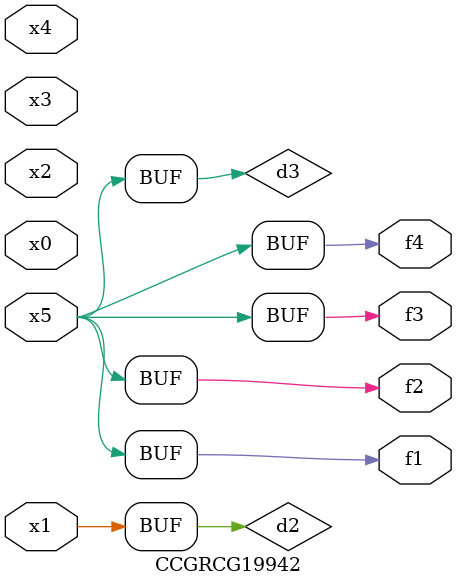
<source format=v>
module CCGRCG19942(
	input x0, x1, x2, x3, x4, x5,
	output f1, f2, f3, f4
);

	wire d1, d2, d3;

	not (d1, x5);
	or (d2, x1);
	xnor (d3, d1);
	assign f1 = d3;
	assign f2 = d3;
	assign f3 = d3;
	assign f4 = d3;
endmodule

</source>
